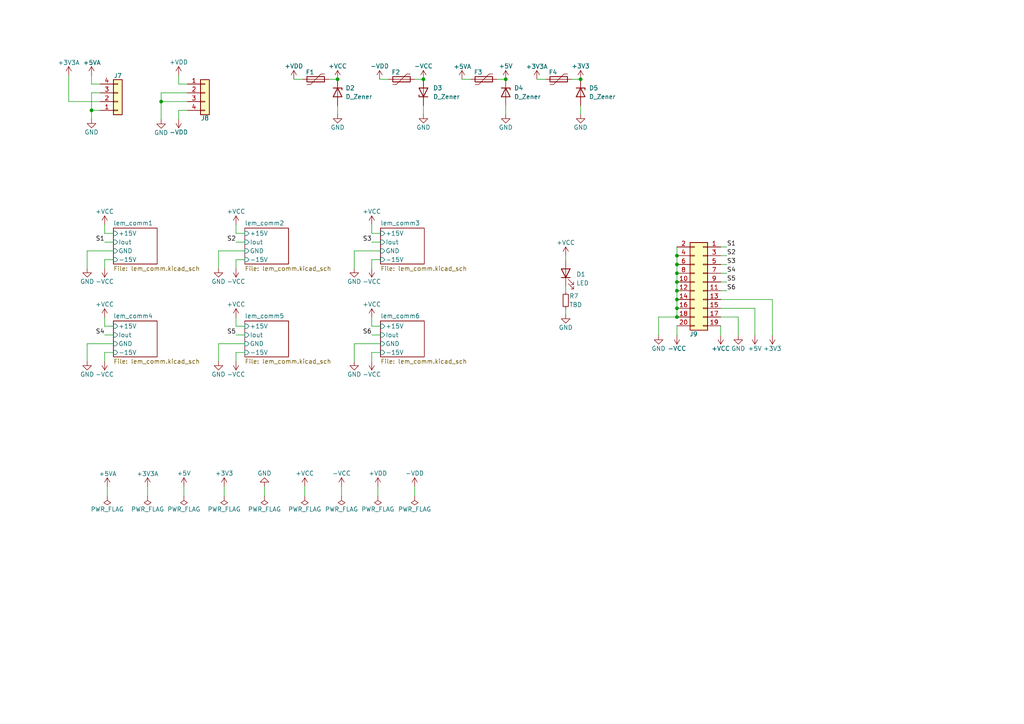
<source format=kicad_sch>
(kicad_sch (version 20211123) (generator eeschema)
  (paper "A4")
  (lib_symbols
    (symbol "CL_power:+3V3A" (power) (pin_names (offset 0))
      (property "Value" "+3V3A" (at 0 3.556 0))
      (symbol "+3V3A_0_1"
        (polyline (pts (xy -0.762 1.27) (xy 0 2.54)))
        (polyline (pts (xy 0 0) (xy 0 2.54)))
        (polyline (pts (xy 0 2.54) (xy 0.762 1.27)))
      )
      (symbol "+3V3A_1_1"
        (pin power_in line (at 0 0 90) (length 0) hide (name "+3V3A") (number "1"))
      )
    )
    (symbol "CL_power:+VCC" (power) (pin_names (offset 0))
      (property "Value" "+VCC" (at 0 3.556 0))
      (symbol "+VCC_0_1"
        (polyline (pts (xy -0.762 1.27) (xy 0 2.54)))
        (polyline (pts (xy 0 0) (xy 0 2.54)))
        (polyline (pts (xy 0 2.54) (xy 0.762 1.27)))
      )
      (symbol "+VCC_1_1"
        (pin power_in line (at 0 0 90) (length 0) hide (name "+VCC") (number "1"))
      )
    )
    (symbol "CL_power:+VDD" (power) (pin_names (offset 0))
      (property "Value" "+VDD" (at 0 3.556 0))
      (symbol "+VDD_0_1"
        (polyline (pts (xy -0.762 1.27) (xy 0 2.54)))
        (polyline (pts (xy 0 0) (xy 0 2.54)))
        (polyline (pts (xy 0 2.54) (xy 0.762 1.27)))
      )
      (symbol "+VDD_1_1"
        (pin power_in line (at 0 0 90) (length 0) hide (name "+VDD") (number "1"))
      )
    )
    (symbol "CL_power:-VCC" (power) (pin_names (offset 0))
      (property "Value" "-VCC" (at 0 3.556 0))
      (symbol "-VCC_0_1"
        (polyline (pts (xy -0.762 1.27) (xy 0 2.54)))
        (polyline (pts (xy 0 0) (xy 0 2.54)))
        (polyline (pts (xy 0 2.54) (xy 0.762 1.27)))
      )
      (symbol "-VCC_1_1"
        (pin power_in line (at 0 0 90) (length 0) hide (name "-VCC") (number "1"))
      )
    )
    (symbol "CL_power:-VDD" (power) (pin_names (offset 0))
      (property "Value" "-VDD" (at 0 3.556 0))
      (symbol "-VDD_0_1"
        (polyline (pts (xy -0.762 1.27) (xy 0 2.54)))
        (polyline (pts (xy 0 0) (xy 0 2.54)))
        (polyline (pts (xy 0 2.54) (xy 0.762 1.27)))
      )
      (symbol "-VDD_1_1"
        (pin power_in line (at 0 0 90) (length 0) hide (name "-VDD") (number "1"))
      )
    )
    (symbol "Connector_Generic:Conn_01x04" (pin_names (offset 1.016) hide)
      (property "Reference" "J" (at 0 5.08 0))
      (property "Value" "Conn_01x04" (at 0 -7.62 0))
      (symbol "Conn_01x04_1_1"
        (rectangle (start -1.27 -4.953) (end 0 -5.207) (stroke (width 0.1524)))
        (rectangle (start -1.27 -2.413) (end 0 -2.667) (stroke (width 0.1524)))
        (rectangle (start -1.27 0.127) (end 0 -0.127) (stroke (width 0.1524)))
        (rectangle (start -1.27 2.667) (end 0 2.413) (stroke (width 0.1524)))
        (rectangle (start -1.27 3.81) (end 1.27 -6.35) (stroke (width 0.254)) (fill (type background)))
        (pin passive line (at -5.08 2.54 0) (length 3.81) (name "Pin_1") (number "1"))
        (pin passive line (at -5.08 0 0) (length 3.81) (name "Pin_2") (number "2"))
        (pin passive line (at -5.08 -2.54 0) (length 3.81) (name "Pin_3") (number "3"))
        (pin passive line (at -5.08 -5.08 0) (length 3.81) (name "Pin_4") (number "4"))
      )
    )
    (symbol "Connector_Generic:Conn_02x10_Odd_Even" (pin_names (offset 1.016) hide)
      (property "Reference" "J" (at 1.27 12.7 0))
      (property "Value" "Conn_02x10_Odd_Even" (at 1.27 -15.24 0))
      (symbol "Conn_02x10_Odd_Even_1_1"
        (rectangle (start -1.27 -12.573) (end 0 -12.827) (stroke (width 0.1524)))
        (rectangle (start -1.27 -10.033) (end 0 -10.287) (stroke (width 0.1524)))
        (rectangle (start -1.27 -7.493) (end 0 -7.747) (stroke (width 0.1524)))
        (rectangle (start -1.27 -4.953) (end 0 -5.207) (stroke (width 0.1524)))
        (rectangle (start -1.27 -2.413) (end 0 -2.667) (stroke (width 0.1524)))
        (rectangle (start -1.27 0.127) (end 0 -0.127) (stroke (width 0.1524)))
        (rectangle (start -1.27 2.667) (end 0 2.413) (stroke (width 0.1524)))
        (rectangle (start -1.27 5.207) (end 0 4.953) (stroke (width 0.1524)))
        (rectangle (start -1.27 7.747) (end 0 7.493) (stroke (width 0.1524)))
        (rectangle (start -1.27 10.287) (end 0 10.033) (stroke (width 0.1524)))
        (rectangle (start -1.27 11.43) (end 3.81 -13.97) (stroke (width 0.254)) (fill (type background)))
        (rectangle (start 3.81 -12.573) (end 2.54 -12.827) (stroke (width 0.1524)))
        (rectangle (start 3.81 -10.033) (end 2.54 -10.287) (stroke (width 0.1524)))
        (rectangle (start 3.81 -7.493) (end 2.54 -7.747) (stroke (width 0.1524)))
        (rectangle (start 3.81 -4.953) (end 2.54 -5.207) (stroke (width 0.1524)))
        (rectangle (start 3.81 -2.413) (end 2.54 -2.667) (stroke (width 0.1524)))
        (rectangle (start 3.81 0.127) (end 2.54 -0.127) (stroke (width 0.1524)))
        (rectangle (start 3.81 2.667) (end 2.54 2.413) (stroke (width 0.1524)))
        (rectangle (start 3.81 5.207) (end 2.54 4.953) (stroke (width 0.1524)))
        (rectangle (start 3.81 7.747) (end 2.54 7.493) (stroke (width 0.1524)))
        (rectangle (start 3.81 10.287) (end 2.54 10.033) (stroke (width 0.1524)))
        (pin passive line (at -5.08 10.16 0) (length 3.81) (name "Pin_1") (number "1"))
        (pin passive line (at 7.62 0 180) (length 3.81) (name "Pin_10") (number "10"))
        (pin passive line (at -5.08 -2.54 0) (length 3.81) (name "Pin_11") (number "11"))
        (pin passive line (at 7.62 -2.54 180) (length 3.81) (name "Pin_12") (number "12"))
        (pin passive line (at -5.08 -5.08 0) (length 3.81) (name "Pin_13") (number "13"))
        (pin passive line (at 7.62 -5.08 180) (length 3.81) (name "Pin_14") (number "14"))
        (pin passive line (at -5.08 -7.62 0) (length 3.81) (name "Pin_15") (number "15"))
        (pin passive line (at 7.62 -7.62 180) (length 3.81) (name "Pin_16") (number "16"))
        (pin passive line (at -5.08 -10.16 0) (length 3.81) (name "Pin_17") (number "17"))
        (pin passive line (at 7.62 -10.16 180) (length 3.81) (name "Pin_18") (number "18"))
        (pin passive line (at -5.08 -12.7 0) (length 3.81) (name "Pin_19") (number "19"))
        (pin passive line (at 7.62 10.16 180) (length 3.81) (name "Pin_2") (number "2"))
        (pin passive line (at 7.62 -12.7 180) (length 3.81) (name "Pin_20") (number "20"))
        (pin passive line (at -5.08 7.62 0) (length 3.81) (name "Pin_3") (number "3"))
        (pin passive line (at 7.62 7.62 180) (length 3.81) (name "Pin_4") (number "4"))
        (pin passive line (at -5.08 5.08 0) (length 3.81) (name "Pin_5") (number "5"))
        (pin passive line (at 7.62 5.08 180) (length 3.81) (name "Pin_6") (number "6"))
        (pin passive line (at -5.08 2.54 0) (length 3.81) (name "Pin_7") (number "7"))
        (pin passive line (at 7.62 2.54 180) (length 3.81) (name "Pin_8") (number "8"))
        (pin passive line (at -5.08 0 0) (length 3.81) (name "Pin_9") (number "9"))
      )
    )
    (symbol "Device:D_Zener" (pin_numbers hide) (pin_names (offset 1.016) hide)
      (property "Reference" "D" (at 0 2.54 0))
      (property "Value" "D_Zener" (at 0 -2.54 0))
      (symbol "D_Zener_0_1"
        (polyline (pts (xy 1.27 0) (xy -1.27 0)))
        (polyline (pts (xy -1.27 -1.27) (xy -1.27 1.27) (xy -0.762 1.27)) (stroke (width 0.254)))
        (polyline (pts (xy 1.27 -1.27) (xy 1.27 1.27) (xy -1.27 0) (xy 1.27 -1.27)) (stroke (width 0.254)))
      )
      (symbol "D_Zener_1_1"
        (pin passive line (at -3.81 0 0) (length 2.54) (name "K") (number "1"))
        (pin passive line (at 3.81 0 180) (length 2.54) (name "A") (number "2"))
      )
    )
    (symbol "Device:LED" (pin_numbers hide) (pin_names (offset 1.016) hide)
      (property "Reference" "D" (at 0 2.54 0))
      (property "Value" "LED" (at 0 -2.54 0))
      (symbol "LED_0_1"
        (polyline (pts (xy -1.27 -1.27) (xy -1.27 1.27)) (stroke (width 0.254)))
        (polyline (pts (xy -1.27 0) (xy 1.27 0)))
        (polyline (pts (xy 1.27 -1.27) (xy 1.27 1.27) (xy -1.27 0) (xy 1.27 -1.27)) (stroke (width 0.254)))
        (polyline (pts (xy -3.048 -0.762) (xy -4.572 -2.286) (xy -3.81 -2.286) (xy -4.572 -2.286) (xy -4.572 -1.524)))
        (polyline (pts (xy -1.778 -0.762) (xy -3.302 -2.286) (xy -2.54 -2.286) (xy -3.302 -2.286) (xy -3.302 -1.524)))
      )
      (symbol "LED_1_1"
        (pin passive line (at -3.81 0 0) (length 2.54) (name "K") (number "1"))
        (pin passive line (at 3.81 0 180) (length 2.54) (name "A") (number "2"))
      )
    )
    (symbol "Device:Polyfuse" (pin_numbers hide) (pin_names (offset 0))
      (property "Reference" "F" (at -2.54 0 90))
      (property "Value" "Polyfuse" (at 2.54 0 90))
      (symbol "Polyfuse_0_1"
        (rectangle (start -0.762 2.54) (end 0.762 -2.54) (stroke (width 0.254)))
        (polyline (pts (xy 0 2.54) (xy 0 -2.54)))
        (polyline (pts (xy -1.524 2.54) (xy -1.524 1.524) (xy 1.524 -1.524) (xy 1.524 -2.54)))
      )
      (symbol "Polyfuse_1_1"
        (pin passive line (at 0 3.81 270) (length 1.27) (name "~") (number "1"))
        (pin passive line (at 0 -3.81 90) (length 1.27) (name "~") (number "2"))
      )
    )
    (symbol "Device:R_Small" (pin_numbers hide) (pin_names (offset 0.254) hide)
      (property "Reference" "R" (at 0.762 0.508 0))
      (property "Value" "R_Small" (at 0.762 -1.016 0))
      (symbol "R_Small_0_1"
        (rectangle (start -0.762 1.778) (end 0.762 -1.778) (stroke (width 0.2032)))
      )
      (symbol "R_Small_1_1"
        (pin passive line (at 0 2.54 270) (length 0.762) (name "~") (number "1"))
        (pin passive line (at 0 -2.54 90) (length 0.762) (name "~") (number "2"))
      )
    )
    (symbol "power:+3V3" (power) (pin_names (offset 0))
      (property "Value" "+3V3" (at 0 3.556 0))
      (symbol "+3V3_0_1"
        (polyline (pts (xy -0.762 1.27) (xy 0 2.54)))
        (polyline (pts (xy 0 0) (xy 0 2.54)))
        (polyline (pts (xy 0 2.54) (xy 0.762 1.27)))
      )
      (symbol "+3V3_1_1"
        (pin power_in line (at 0 0 90) (length 0) hide (name "+3V3") (number "1"))
      )
    )
    (symbol "power:+5V" (power) (pin_names (offset 0))
      (property "Value" "+5V" (at 0 3.556 0))
      (symbol "+5V_0_1"
        (polyline (pts (xy -0.762 1.27) (xy 0 2.54)))
        (polyline (pts (xy 0 0) (xy 0 2.54)))
        (polyline (pts (xy 0 2.54) (xy 0.762 1.27)))
      )
      (symbol "+5V_1_1"
        (pin power_in line (at 0 0 90) (length 0) hide (name "+5V") (number "1"))
      )
    )
    (symbol "power:+5VA" (power) (pin_names (offset 0))
      (property "Value" "+5VA" (at 0 3.556 0))
      (symbol "+5VA_0_1"
        (polyline (pts (xy -0.762 1.27) (xy 0 2.54)))
        (polyline (pts (xy 0 0) (xy 0 2.54)))
        (polyline (pts (xy 0 2.54) (xy 0.762 1.27)))
      )
      (symbol "+5VA_1_1"
        (pin power_in line (at 0 0 90) (length 0) hide (name "+5VA") (number "1"))
      )
    )
    (symbol "power:GND" (power) (pin_names (offset 0))
      (property "Value" "GND" (at 0 -3.81 0))
      (symbol "GND_0_1"
        (polyline (pts (xy 0 0) (xy 0 -1.27) (xy 1.27 -1.27) (xy 0 -2.54) (xy -1.27 -1.27) (xy 0 -1.27)))
      )
      (symbol "GND_1_1"
        (pin power_in line (at 0 0 270) (length 0) hide (name "GND") (number "1"))
      )
    )
    (symbol "power:PWR_FLAG" (power) (pin_numbers hide) (pin_names (offset 0) hide)
      (property "Value" "PWR_FLAG" (at 0 3.81 0))
      (symbol "PWR_FLAG_0_0"
        (pin power_out line (at 0 0 90) (length 0) (name "pwr") (number "1"))
      )
      (symbol "PWR_FLAG_0_1"
        (polyline (pts (xy 0 0) (xy 0 1.27) (xy -1.016 1.905) (xy 0 2.54) (xy 1.016 1.905) (xy 0 1.27)))
      )
    )
  )
  (junction (at 26.543 32.004))
  (junction (at 97.917 22.987))
  (junction (at 196.342 76.708))
  (junction (at 196.342 84.328))
  (junction (at 168.402 22.987))
  (junction (at 196.342 74.168))
  (junction (at 196.342 91.948))
  (junction (at 196.342 81.788))
  (junction (at 196.342 86.868))
  (junction (at 146.685 22.987))
  (junction (at 46.736 29.464))
  (junction (at 122.809 22.987))
  (junction (at 196.342 89.408))
  (junction (at 196.342 79.248))
  (wire (pts (xy 99.06 141.097) (xy 99.06 143.891)))
  (wire (pts (xy 196.342 71.628) (xy 196.342 74.168)))
  (wire (pts (xy 68.453 77.851) (xy 68.453 75.311)))
  (wire (pts (xy 165.862 22.987) (xy 168.402 22.987)))
  (wire (pts (xy 107.823 75.311) (xy 110.363 75.311)))
  (wire (pts (xy 196.342 76.708) (xy 196.342 79.248)))
  (wire (pts (xy 51.816 24.384) (xy 51.816 21.844)))
  (wire (pts (xy 30.353 97.155) (xy 32.893 97.155)))
  (wire (pts (xy 70.993 67.691) (xy 68.453 67.691)))
  (wire (pts (xy 209.042 76.708) (xy 210.82 76.708)))
  (wire (pts (xy 29.083 29.464) (xy 19.939 29.464)))
  (wire (pts (xy 209.042 79.248) (xy 210.82 79.248)))
  (wire (pts (xy 107.823 104.775) (xy 107.823 102.235)))
  (wire (pts (xy 54.356 24.384) (xy 51.816 24.384)))
  (wire (pts (xy 68.453 75.311) (xy 70.993 75.311)))
  (wire (pts (xy 25.273 72.771) (xy 32.893 72.771)))
  (wire (pts (xy 164.084 89.662) (xy 164.084 91.186)))
  (wire (pts (xy 209.042 84.328) (xy 210.82 84.328)))
  (wire (pts (xy 218.948 89.408) (xy 218.948 97.282)))
  (wire (pts (xy 42.799 141.097) (xy 42.799 143.891)))
  (wire (pts (xy 25.273 104.775) (xy 25.273 99.695)))
  (wire (pts (xy 214.122 91.948) (xy 214.122 97.282)))
  (wire (pts (xy 110.109 22.987) (xy 112.649 22.987)))
  (wire (pts (xy 30.353 94.615) (xy 30.353 92.075)))
  (wire (pts (xy 63.373 104.775) (xy 63.373 99.695)))
  (wire (pts (xy 25.273 77.851) (xy 25.273 72.771)))
  (wire (pts (xy 196.342 84.328) (xy 196.342 86.868)))
  (wire (pts (xy 46.736 29.464) (xy 46.736 34.671)))
  (wire (pts (xy 76.708 141.097) (xy 76.708 143.891)))
  (wire (pts (xy 54.356 32.004) (xy 51.816 32.004)))
  (wire (pts (xy 30.353 75.311) (xy 32.893 75.311)))
  (wire (pts (xy 107.823 67.691) (xy 107.823 65.151)))
  (wire (pts (xy 54.356 26.924) (xy 46.736 26.924)))
  (wire (pts (xy 30.353 104.775) (xy 30.353 102.235)))
  (wire (pts (xy 19.939 29.464) (xy 19.939 21.844)))
  (wire (pts (xy 53.34 141.097) (xy 53.34 143.891)))
  (wire (pts (xy 68.453 67.691) (xy 68.453 65.151)))
  (wire (pts (xy 95.377 22.987) (xy 97.917 22.987)))
  (wire (pts (xy 65.024 141.097) (xy 65.024 143.891)))
  (wire (pts (xy 209.042 89.408) (xy 218.948 89.408)))
  (wire (pts (xy 29.083 32.004) (xy 26.543 32.004)))
  (wire (pts (xy 70.993 94.615) (xy 68.453 94.615)))
  (wire (pts (xy 26.543 26.924) (xy 26.543 32.004)))
  (wire (pts (xy 46.736 26.924) (xy 46.736 29.464)))
  (wire (pts (xy 122.809 30.607) (xy 122.809 33.147)))
  (wire (pts (xy 196.342 89.408) (xy 196.342 91.948)))
  (wire (pts (xy 29.083 24.384) (xy 26.543 24.384)))
  (wire (pts (xy 209.042 86.868) (xy 224.028 86.868)))
  (wire (pts (xy 164.084 83.058) (xy 164.084 84.582)))
  (wire (pts (xy 29.083 26.924) (xy 26.543 26.924)))
  (wire (pts (xy 109.601 141.097) (xy 109.601 143.891)))
  (wire (pts (xy 88.392 141.097) (xy 88.392 143.891)))
  (wire (pts (xy 30.353 67.691) (xy 30.353 65.151)))
  (wire (pts (xy 196.342 79.248) (xy 196.342 81.788)))
  (wire (pts (xy 209.042 71.628) (xy 210.82 71.628)))
  (wire (pts (xy 31.115 141.097) (xy 31.115 143.891)))
  (wire (pts (xy 120.269 141.097) (xy 120.269 143.891)))
  (wire (pts (xy 30.353 77.851) (xy 30.353 75.311)))
  (wire (pts (xy 102.743 77.851) (xy 102.743 72.771)))
  (wire (pts (xy 196.342 94.488) (xy 196.342 97.282)))
  (wire (pts (xy 32.893 67.691) (xy 30.353 67.691)))
  (wire (pts (xy 196.342 81.788) (xy 196.342 84.328)))
  (wire (pts (xy 68.453 94.615) (xy 68.453 92.075)))
  (wire (pts (xy 224.028 86.868) (xy 224.028 97.282)))
  (wire (pts (xy 120.269 22.987) (xy 122.809 22.987)))
  (wire (pts (xy 30.353 70.231) (xy 32.893 70.231)))
  (wire (pts (xy 164.084 74.168) (xy 164.084 75.438)))
  (wire (pts (xy 32.893 94.615) (xy 30.353 94.615)))
  (wire (pts (xy 196.342 86.868) (xy 196.342 89.408)))
  (wire (pts (xy 209.042 81.788) (xy 210.82 81.788)))
  (wire (pts (xy 209.042 91.948) (xy 214.122 91.948)))
  (wire (pts (xy 102.743 72.771) (xy 110.363 72.771)))
  (wire (pts (xy 68.453 70.231) (xy 70.993 70.231)))
  (wire (pts (xy 97.917 30.607) (xy 97.917 33.147)))
  (wire (pts (xy 26.543 32.004) (xy 26.543 34.544)))
  (wire (pts (xy 110.363 94.615) (xy 107.823 94.615)))
  (wire (pts (xy 107.823 70.231) (xy 110.363 70.231)))
  (wire (pts (xy 30.353 102.235) (xy 32.893 102.235)))
  (wire (pts (xy 107.823 102.235) (xy 110.363 102.235)))
  (wire (pts (xy 196.342 74.168) (xy 196.342 76.708)))
  (wire (pts (xy 107.823 77.851) (xy 107.823 75.311)))
  (wire (pts (xy 25.273 99.695) (xy 32.893 99.695)))
  (wire (pts (xy 155.702 22.987) (xy 158.242 22.987)))
  (wire (pts (xy 46.736 29.464) (xy 54.356 29.464)))
  (wire (pts (xy 26.543 24.384) (xy 26.543 21.844)))
  (wire (pts (xy 63.373 72.771) (xy 70.993 72.771)))
  (wire (pts (xy 63.373 99.695) (xy 70.993 99.695)))
  (wire (pts (xy 68.453 97.155) (xy 70.993 97.155)))
  (wire (pts (xy 107.823 94.615) (xy 107.823 92.075)))
  (wire (pts (xy 68.453 104.775) (xy 68.453 102.235)))
  (wire (pts (xy 209.042 94.488) (xy 209.042 97.282)))
  (wire (pts (xy 133.985 22.987) (xy 136.525 22.987)))
  (wire (pts (xy 144.145 22.987) (xy 146.685 22.987)))
  (wire (pts (xy 63.373 77.851) (xy 63.373 72.771)))
  (wire (pts (xy 85.217 22.987) (xy 87.757 22.987)))
  (wire (pts (xy 110.363 67.691) (xy 107.823 67.691)))
  (wire (pts (xy 102.743 99.695) (xy 110.363 99.695)))
  (wire (pts (xy 51.816 32.004) (xy 51.816 34.544)))
  (wire (pts (xy 107.823 97.155) (xy 110.363 97.155)))
  (wire (pts (xy 146.685 30.607) (xy 146.685 33.147)))
  (wire (pts (xy 191.008 91.948) (xy 196.342 91.948)))
  (wire (pts (xy 168.402 30.607) (xy 168.402 33.147)))
  (wire (pts (xy 102.743 104.775) (xy 102.743 99.695)))
  (wire (pts (xy 68.453 102.235) (xy 70.993 102.235)))
  (wire (pts (xy 209.042 74.168) (xy 210.82 74.168)))
  (wire (pts (xy 191.008 97.282) (xy 191.008 91.948)))
  (label "S4" (at 30.353 97.155 180))
  (label "S3" (at 210.82 76.708 0))
  (label "S2" (at 210.82 74.168 0))
  (label "S1" (at 210.82 71.628 0))
  (label "S6" (at 107.823 97.155 180))
  (label "S4" (at 210.82 79.248 0))
  (label "S2" (at 68.453 70.231 180))
  (label "S6" (at 210.82 84.328 0))
  (label "S1" (at 30.353 70.231 180))
  (label "S5" (at 210.82 81.788 0))
  (label "S3" (at 107.823 70.231 180))
  (label "S5" (at 68.453 97.155 180))
  (symbol (lib_id "CL_power:+VCC") (at 164.084 74.168 0) (unit 1)
    (property "Reference" "#PWR030" (effects hide))
    (property "Value" "+VCC" (at 164.084 70.358 0))
  )
  (symbol (lib_id "power:GND") (at 102.743 104.775 0) (unit 1)
    (property "Reference" "#PWR017" (effects hide))
    (property "Value" "GND" (at 102.743 108.585 0))
  )
  (symbol (lib_id "power:+5V") (at 53.34 141.097 0) (unit 1)
    (property "Reference" "#PWR019" (effects hide))
    (property "Value" "+5V" (at 53.34 137.287 0))
  )
  (symbol (lib_id "CL_power:-VDD") (at 120.269 141.097 0) (unit 1)
    (property "Reference" "#PWR049" (effects hide))
    (property "Value" "-VDD" (at 120.269 137.287 0))
  )
  (symbol (lib_id "power:GND") (at 46.736 34.671 0) (unit 1)
    (property "Reference" "#PWR029" (effects hide))
    (property "Value" "GND" (at 46.736 38.481 0))
  )
  (symbol (lib_id "Device:D_Zener") (at 97.917 26.797 270) (unit 1)
    (property "Reference" "D2" (at 100.203 25.5269 90) (effects (justify left)))
    (property "Value" "D_Zener" (at 100.203 28.0669 90) (effects (justify left)))
    (property "Footprint" "Diode_SMD:D_1206_3216Metric" (effects hide))
  )
  (symbol (lib_id "Connector_Generic:Conn_01x04") (at 34.163 29.464 0) (mirror x) (unit 1)
    (property "Reference" "J7" (at 34.163 21.971 0))
    (property "Value" "Conn_01x04" (effects hide))
    (property "Footprint" "TerminalBlock_Phoenix:TerminalBlock_Phoenix_MKDS-1,5-4-5.08_1x04_P5.08mm_Horizontal" (effects hide))
  )
  (symbol (lib_id "power:GND") (at 25.273 77.851 0) (unit 1)
    (property "Reference" "#PWR04" (effects hide))
    (property "Value" "GND" (at 25.273 81.661 0))
  )
  (symbol (lib_id "power:GND") (at 168.402 33.147 0) (unit 1)
    (property "Reference" "#PWR053" (effects hide))
    (property "Value" "GND" (at 168.402 36.957 0))
  )
  (symbol (lib_id "CL_power:-VCC") (at 107.823 77.851 180) (unit 1)
    (property "Reference" "#PWR09" (effects hide))
    (property "Value" "-VCC" (at 107.823 81.661 0))
  )
  (symbol (lib_id "power:PWR_FLAG") (at 65.024 143.891 180) (unit 1)
    (property "Reference" "#FLG02" (effects hide))
    (property "Value" "PWR_FLAG" (at 65.024 147.701 0))
  )
  (symbol (lib_id "Device:D_Zener") (at 168.402 26.797 270) (unit 1)
    (property "Reference" "D5" (at 170.815 25.5269 90) (effects (justify left)))
    (property "Value" "D_Zener" (at 170.815 28.0669 90) (effects (justify left)))
    (property "Footprint" "Diode_SMD:D_1206_3216Metric" (effects hide))
  )
  (symbol (lib_id "Device:Polyfuse") (at 140.335 22.987 90) (unit 1)
    (property "Reference" "F3" (at 138.684 20.955 90))
    (property "Value" "Polyfuse" (effects hide))
    (property "Footprint" "Resistor_SMD:R_1210_3225Metric_Pad1.30x2.65mm_HandSolder" (effects hide))
  )
  (symbol (lib_id "CL_power:-VCC") (at 68.453 104.775 180) (unit 1)
    (property "Reference" "#PWR016" (effects hide))
    (property "Value" "-VCC" (at 68.453 108.585 0))
  )
  (symbol (lib_id "power:PWR_FLAG") (at 31.115 143.891 180) (unit 1)
    (property "Reference" "#FLG06" (effects hide))
    (property "Value" "PWR_FLAG" (at 31.115 147.701 0))
  )
  (symbol (lib_id "CL_power:+VCC") (at 107.823 92.075 0) (unit 1)
    (property "Reference" "#PWR012" (effects hide))
    (property "Value" "+VCC" (at 107.823 88.265 0))
  )
  (symbol (lib_id "power:GND") (at 191.008 97.282 0) (unit 1)
    (property "Reference" "#PWR032" (effects hide))
    (property "Value" "GND" (at 191.008 101.092 0))
  )
  (symbol (lib_id "CL_power:-VDD") (at 51.816 34.544 180) (unit 1)
    (property "Reference" "#PWR028" (effects hide))
    (property "Value" "-VDD" (at 51.816 38.354 0))
  )
  (symbol (lib_id "power:+3V3") (at 168.402 22.987 0) (unit 1)
    (property "Reference" "#PWR045" (effects hide))
    (property "Value" "+3V3" (at 168.402 19.177 0))
  )
  (symbol (lib_id "CL_power:-VDD") (at 110.109 22.987 0) (unit 1)
    (property "Reference" "#PWR038" (effects hide))
    (property "Value" "-VDD" (at 110.109 19.177 0))
  )
  (symbol (lib_id "Device:D_Zener") (at 146.685 26.797 270) (unit 1)
    (property "Reference" "D4" (at 149.098 25.5269 90) (effects (justify left)))
    (property "Value" "D_Zener" (at 149.098 28.0669 90) (effects (justify left)))
    (property "Footprint" "Diode_SMD:D_1206_3216Metric" (effects hide))
  )
  (symbol (lib_id "power:GND") (at 63.373 77.851 0) (unit 1)
    (property "Reference" "#PWR06" (effects hide))
    (property "Value" "GND" (at 63.373 81.661 0))
  )
  (symbol (lib_id "power:PWR_FLAG") (at 76.708 143.891 180) (unit 1)
    (property "Reference" "#FLG03" (effects hide))
    (property "Value" "PWR_FLAG" (at 76.708 147.701 0))
  )
  (symbol (lib_id "power:GND") (at 63.373 104.775 0) (unit 1)
    (property "Reference" "#PWR015" (effects hide))
    (property "Value" "GND" (at 63.373 108.585 0))
  )
  (symbol (lib_id "CL_power:+3V3A") (at 19.939 21.844 0) (unit 1)
    (property "Reference" "#PWR024" (effects hide))
    (property "Value" "+3V3A" (at 19.939 18.161 0))
  )
  (symbol (lib_id "power:PWR_FLAG") (at 109.601 143.891 180) (unit 1)
    (property "Reference" "#FLG08" (effects hide))
    (property "Value" "PWR_FLAG" (at 109.601 147.701 0))
  )
  (symbol (lib_id "CL_power:-VCC") (at 99.06 141.097 0) (unit 1)
    (property "Reference" "#PWR023" (effects hide))
    (property "Value" "-VCC" (at 99.06 137.287 0))
  )
  (symbol (lib_id "power:PWR_FLAG") (at 120.269 143.891 180) (unit 1)
    (property "Reference" "#FLG09" (effects hide))
    (property "Value" "PWR_FLAG" (at 120.269 147.701 0))
  )
  (symbol (lib_id "Device:Polyfuse") (at 162.052 22.987 90) (unit 1)
    (property "Reference" "F4" (at 160.401 20.955 90))
    (property "Value" "Polyfuse" (effects hide))
    (property "Footprint" "Resistor_SMD:R_1210_3225Metric_Pad1.30x2.65mm_HandSolder" (effects hide))
  )
  (symbol (lib_id "CL_power:-VCC") (at 196.342 97.282 180) (unit 1)
    (property "Reference" "#PWR033" (effects hide))
    (property "Value" "-VCC" (at 196.342 101.092 0))
  )
  (symbol (lib_id "power:+5VA") (at 26.543 21.844 0) (unit 1)
    (property "Reference" "#PWR025" (effects hide))
    (property "Value" "+5VA" (at 26.67 18.161 0))
  )
  (symbol (lib_id "CL_power:+3V3A") (at 155.702 22.987 0) (unit 1)
    (property "Reference" "#PWR044" (effects hide))
    (property "Value" "+3V3A" (at 155.702 19.304 0))
  )
  (symbol (lib_id "CL_power:+VCC") (at 68.453 65.151 0) (unit 1)
    (property "Reference" "#PWR02" (effects hide))
    (property "Value" "+VCC" (at 68.453 61.341 0))
  )
  (symbol (lib_id "power:+5V") (at 146.685 22.987 0) (unit 1)
    (property "Reference" "#PWR043" (effects hide))
    (property "Value" "+5V" (at 146.685 19.177 0))
  )
  (symbol (lib_id "power:+5VA") (at 133.985 22.987 0) (unit 1)
    (property "Reference" "#PWR042" (effects hide))
    (property "Value" "+5VA" (at 134.112 19.304 0))
  )
  (symbol (lib_id "power:+5V") (at 218.948 97.282 180) (unit 1)
    (property "Reference" "#PWR036" (effects hide))
    (property "Value" "+5V" (at 218.948 101.092 0))
  )
  (symbol (lib_id "CL_power:+VCC") (at 68.453 92.075 0) (unit 1)
    (property "Reference" "#PWR011" (effects hide))
    (property "Value" "+VCC" (at 68.453 88.265 0))
  )
  (symbol (lib_id "power:GND") (at 164.084 91.186 0) (unit 1)
    (property "Reference" "#PWR031" (effects hide))
    (property "Value" "GND" (at 164.084 94.996 0))
  )
  (symbol (lib_id "CL_power:-VCC") (at 30.353 77.851 180) (unit 1)
    (property "Reference" "#PWR05" (effects hide))
    (property "Value" "-VCC" (at 30.353 81.661 0))
  )
  (symbol (lib_id "power:+3V3") (at 224.028 97.282 180) (unit 1)
    (property "Reference" "#PWR037" (effects hide))
    (property "Value" "+3V3" (at 224.028 101.092 0))
  )
  (symbol (lib_id "power:PWR_FLAG") (at 53.34 143.891 180) (unit 1)
    (property "Reference" "#FLG01" (effects hide))
    (property "Value" "PWR_FLAG" (at 53.34 147.701 0))
  )
  (symbol (lib_id "CL_power:-VCC") (at 30.353 104.775 180) (unit 1)
    (property "Reference" "#PWR014" (effects hide))
    (property "Value" "-VCC" (at 30.353 108.585 0))
  )
  (symbol (lib_id "CL_power:+VDD") (at 85.217 22.987 0) (unit 1)
    (property "Reference" "#PWR040" (effects hide))
    (property "Value" "+VDD" (at 85.217 19.177 0))
  )
  (symbol (lib_id "CL_power:-VCC") (at 122.809 22.987 0) (unit 1)
    (property "Reference" "#PWR039" (effects hide))
    (property "Value" "-VCC" (at 122.809 19.177 0))
  )
  (symbol (lib_id "CL_power:+VCC") (at 88.392 141.097 0) (unit 1)
    (property "Reference" "#PWR022" (effects hide))
    (property "Value" "+VCC" (at 88.392 137.287 0))
  )
  (symbol (lib_id "CL_power:+VDD") (at 109.601 141.097 0) (unit 1)
    (property "Reference" "#PWR048" (effects hide))
    (property "Value" "+VDD" (at 109.601 137.287 0))
  )
  (symbol (lib_id "Device:Polyfuse") (at 116.459 22.987 90) (unit 1)
    (property "Reference" "F2" (at 114.808 20.955 90))
    (property "Value" "Polyfuse" (effects hide))
    (property "Footprint" "Resistor_SMD:R_1210_3225Metric_Pad1.30x2.65mm_HandSolder" (effects hide))
  )
  (symbol (lib_id "CL_power:+VDD") (at 51.816 21.844 0) (unit 1)
    (property "Reference" "#PWR026" (effects hide))
    (property "Value" "+VDD" (at 51.816 18.034 0))
  )
  (symbol (lib_id "Device:LED") (at 164.084 79.248 90) (unit 1)
    (property "Reference" "D1" (at 167.132 79.5654 90) (effects (justify right)))
    (property "Value" "LED" (at 167.132 82.1054 90) (effects (justify right)))
    (property "Footprint" "LED_SMD:LED_0805_2012Metric_Pad1.15x1.40mm_HandSolder" (effects hide))
  )
  (symbol (lib_id "CL_power:-VCC") (at 107.823 104.775 180) (unit 1)
    (property "Reference" "#PWR018" (effects hide))
    (property "Value" "-VCC" (at 107.823 108.585 0))
  )
  (symbol (lib_id "CL_power:-VCC") (at 68.453 77.851 180) (unit 1)
    (property "Reference" "#PWR07" (effects hide))
    (property "Value" "-VCC" (at 68.453 81.661 0))
  )
  (symbol (lib_id "power:GND") (at 25.273 104.775 0) (unit 1)
    (property "Reference" "#PWR013" (effects hide))
    (property "Value" "GND" (at 25.273 108.585 0))
  )
  (symbol (lib_id "Device:R_Small") (at 164.084 87.122 0) (unit 1)
    (property "Reference" "R7" (at 165.1 85.852 0) (effects (justify left)))
    (property "Value" "TBD" (at 165.1 88.392 0) (effects (justify left)))
    (property "Footprint" "Resistor_SMD:R_0805_2012Metric" (effects hide))
  )
  (symbol (lib_id "power:+5VA") (at 31.115 141.097 0) (unit 1)
    (property "Reference" "#PWR046" (effects hide))
    (property "Value" "+5VA" (at 31.242 137.414 0))
  )
  (symbol (lib_id "power:GND") (at 97.917 33.147 0) (unit 1)
    (property "Reference" "#PWR050" (effects hide))
    (property "Value" "GND" (at 97.917 36.957 0))
  )
  (symbol (lib_id "CL_power:+VCC") (at 209.042 97.282 180) (unit 1)
    (property "Reference" "#PWR034" (effects hide))
    (property "Value" "+VCC" (at 209.042 101.092 0))
  )
  (symbol (lib_id "power:PWR_FLAG") (at 88.392 143.891 180) (unit 1)
    (property "Reference" "#FLG04" (effects hide))
    (property "Value" "PWR_FLAG" (at 88.392 147.701 0))
  )
  (symbol (lib_id "CL_power:+3V3A") (at 42.799 141.097 0) (unit 1)
    (property "Reference" "#PWR047" (effects hide))
    (property "Value" "+3V3A" (at 42.799 137.414 0))
  )
  (symbol (lib_id "CL_power:+VCC") (at 30.353 92.075 0) (unit 1)
    (property "Reference" "#PWR010" (effects hide))
    (property "Value" "+VCC" (at 30.353 88.265 0))
  )
  (symbol (lib_id "power:GND") (at 214.122 97.282 0) (unit 1)
    (property "Reference" "#PWR035" (effects hide))
    (property "Value" "GND" (at 214.122 101.092 0))
  )
  (symbol (lib_id "power:PWR_FLAG") (at 42.799 143.891 180) (unit 1)
    (property "Reference" "#FLG07" (effects hide))
    (property "Value" "PWR_FLAG" (at 42.799 147.701 0))
  )
  (symbol (lib_id "power:GND") (at 102.743 77.851 0) (unit 1)
    (property "Reference" "#PWR08" (effects hide))
    (property "Value" "GND" (at 102.743 81.661 0))
  )
  (symbol (lib_id "CL_power:+VCC") (at 107.823 65.151 0) (unit 1)
    (property "Reference" "#PWR03" (effects hide))
    (property "Value" "+VCC" (at 107.823 61.341 0))
  )
  (symbol (lib_id "power:PWR_FLAG") (at 99.06 143.891 180) (unit 1)
    (property "Reference" "#FLG05" (effects hide))
    (property "Value" "PWR_FLAG" (at 99.06 147.701 0))
  )
  (symbol (lib_id "power:GND") (at 26.543 34.544 0) (unit 1)
    (property "Reference" "#PWR027" (effects hide))
    (property "Value" "GND" (at 26.543 38.354 0))
  )
  (symbol (lib_id "power:GND") (at 76.708 141.097 180) (unit 1)
    (property "Reference" "#PWR021" (effects hide))
    (property "Value" "GND" (at 76.708 137.287 0))
  )
  (symbol (lib_id "CL_power:+VCC") (at 30.353 65.151 0) (unit 1)
    (property "Reference" "#PWR01" (effects hide))
    (property "Value" "+VCC" (at 30.353 61.341 0))
  )
  (symbol (lib_id "CL_power:+VCC") (at 97.917 22.987 0) (unit 1)
    (property "Reference" "#PWR041" (effects hide))
    (property "Value" "+VCC" (at 97.917 19.177 0))
  )
  (symbol (lib_id "Device:D_Zener") (at 122.809 26.797 90) (unit 1)
    (property "Reference" "D3" (at 125.603 25.5269 90) (effects (justify right)))
    (property "Value" "D_Zener" (at 125.603 28.0669 90) (effects (justify right)))
    (property "Footprint" "Diode_SMD:D_1206_3216Metric" (effects hide))
  )
  (symbol (lib_id "Connector_Generic:Conn_01x04") (at 59.436 26.924 0) (unit 1)
    (property "Reference" "J8" (at 59.436 34.29 0))
    (property "Value" "Conn_01x04" (effects hide))
    (property "Footprint" "TerminalBlock_Phoenix:TerminalBlock_Phoenix_MKDS-1,5-4-5.08_1x04_P5.08mm_Horizontal" (effects hide))
  )
  (symbol (lib_id "power:GND") (at 122.809 33.147 0) (unit 1)
    (property "Reference" "#PWR051" (effects hide))
    (property "Value" "GND" (at 122.809 36.957 0))
  )
  (symbol (lib_id "Connector_Generic:Conn_02x10_Odd_Even") (at 203.962 81.788 0) (mirror y) (unit 1)
    (property "Reference" "J9" (at 201.168 96.901 0))
    (property "Value" "Conn_02x10_Odd_Even" (effects hide))
    (property "Footprint" "Connector_PinHeader_2.54mm:PinHeader_2x10_P2.54mm_Horizontal" (effects hide))
  )
  (symbol (lib_id "power:+3V3") (at 65.024 141.097 0) (unit 1)
    (property "Reference" "#PWR020" (effects hide))
    (property "Value" "+3V3" (at 65.024 137.287 0))
  )
  (symbol (lib_id "Device:Polyfuse") (at 91.567 22.987 90) (unit 1)
    (property "Reference" "F1" (at 89.916 20.955 90))
    (property "Value" "Polyfuse" (effects hide))
    (property "Footprint" "Resistor_SMD:R_1210_3225Metric_Pad1.30x2.65mm_HandSolder" (effects hide))
  )
  (symbol (lib_id "power:GND") (at 146.685 33.147 0) (unit 1)
    (property "Reference" "#PWR052" (effects hide))
    (property "Value" "GND" (at 146.685 36.957 0))
  )
  (sheet (at 110.363 93.091) (size 12.7 10.414) (stroke (width 0.1524))
    (property "Sheet name" "lem_comm6" (at 110.363 92.3794 0) (effects (justify left bottom)))
    (property "Sheet file" "lem_comm.kicad_sch" (at 110.363 104.0896 0) (effects (justify left top)))
    (pin "Iout" input (at 110.363 97.155 180))
    (pin "GND" input (at 110.363 99.695 180))
    (pin "+15V" input (at 110.363 94.615 180))
    (pin "-15V" input (at 110.363 102.235 180))
  )
  (sheet (at 110.363 66.167) (size 12.7 10.414) (stroke (width 0.1524))
    (property "Sheet name" "lem_comm3" (at 110.363 65.4554 0) (effects (justify left bottom)))
    (property "Sheet file" "lem_comm.kicad_sch" (at 110.363 77.1656 0) (effects (justify left top)))
    (pin "Iout" input (at 110.363 70.231 180))
    (pin "GND" input (at 110.363 72.771 180))
    (pin "+15V" input (at 110.363 67.691 180))
    (pin "-15V" input (at 110.363 75.311 180))
  )
  (sheet (at 70.993 93.091) (size 12.7 10.414) (stroke (width 0.1524))
    (property "Sheet name" "lem_comm5" (at 70.993 92.3794 0) (effects (justify left bottom)))
    (property "Sheet file" "lem_comm.kicad_sch" (at 70.993 104.0896 0) (effects (justify left top)))
    (pin "Iout" input (at 70.993 97.155 180))
    (pin "GND" input (at 70.993 99.695 180))
    (pin "+15V" input (at 70.993 94.615 180))
    (pin "-15V" input (at 70.993 102.235 180))
  )
  (sheet (at 32.893 93.091) (size 12.7 10.414) (stroke (width 0.1524))
    (property "Sheet name" "lem_comm4" (at 32.893 92.3794 0) (effects (justify left bottom)))
    (property "Sheet file" "lem_comm.kicad_sch" (at 32.893 104.0896 0) (effects (justify left top)))
    (pin "Iout" input (at 32.893 97.155 180))
    (pin "GND" input (at 32.893 99.695 180))
    (pin "+15V" input (at 32.893 94.615 180))
    (pin "-15V" input (at 32.893 102.235 180))
  )
  (sheet (at 70.993 66.167) (size 12.7 10.414) (stroke (width 0.1524))
    (property "Sheet name" "lem_comm2" (at 70.993 65.4554 0) (effects (justify left bottom)))
    (property "Sheet file" "lem_comm.kicad_sch" (at 70.993 77.1656 0) (effects (justify left top)))
    (pin "Iout" input (at 70.993 70.231 180))
    (pin "GND" input (at 70.993 72.771 180))
    (pin "+15V" input (at 70.993 67.691 180))
    (pin "-15V" input (at 70.993 75.311 180))
  )
  (sheet (at 32.893 66.167) (size 12.7 10.414) (stroke (width 0.1524))
    (property "Sheet name" "lem_comm1" (at 32.893 65.4554 0) (effects (justify left bottom)))
    (property "Sheet file" "lem_comm.kicad_sch" (at 32.893 77.1656 0) (effects (justify left top)))
    (pin "Iout" input (at 32.893 70.231 180))
    (pin "GND" input (at 32.893 72.771 180))
    (pin "+15V" input (at 32.893 67.691 180))
    (pin "-15V" input (at 32.893 75.311 180))
  )
)
</source>
